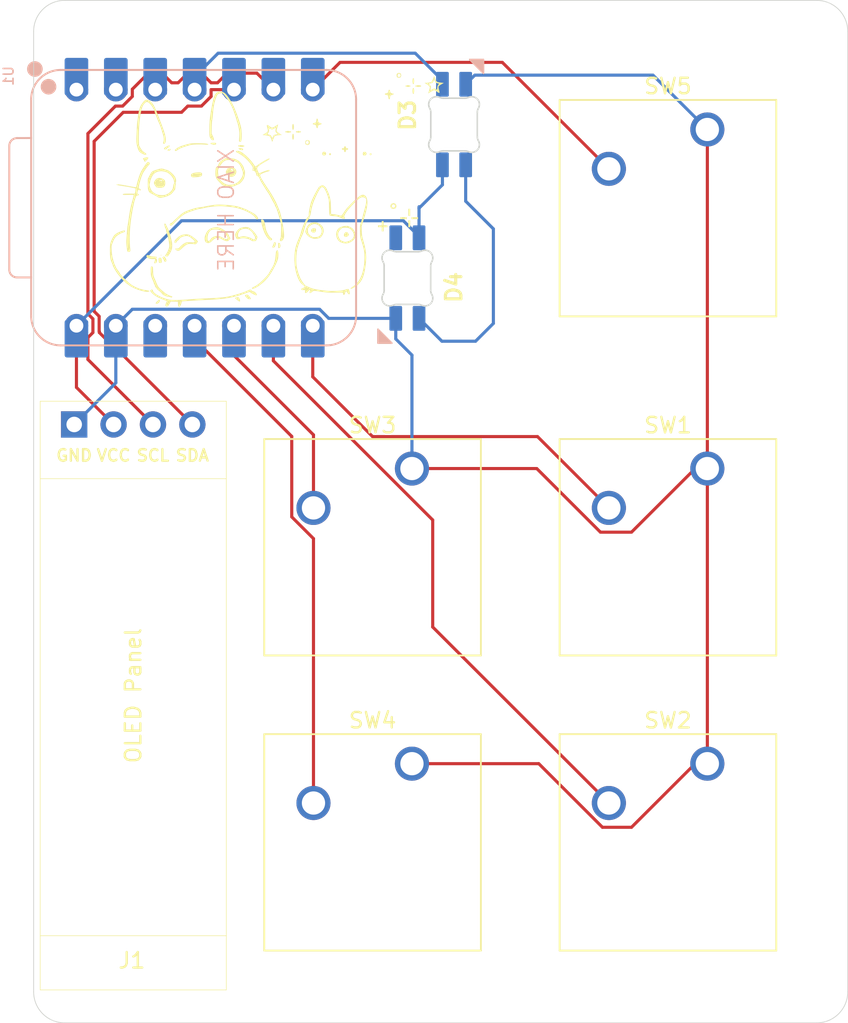
<source format=kicad_pcb>
(kicad_pcb (version 20241229) (generator "pcbnew") (generator_version "9.0")
  (layers (0 "F.Cu" signal) (2 "B.Cu" signal) (13 "F.Paste" user) (15 "B.Paste" user) (5 "F.SilkS" user "F.Silkscreen") (7 "B.SilkS" user "B.Silkscreen") (1 "F.Mask" user) (3 "B.Mask" user) (25 "Edge.Cuts" user))
  (net 0 "")
  (net 1 "+5V")
  (net 2 "GND")
  (net 3 "Net-(J1-Pin_4)")
  (net 4 "Net-(J1-Pin_3)")
  (net 5 "Net-(U1-GPIO1{slash}RX)")
  (net 6 "Net-(U1-GPIO2{slash}SCK)")
  (net 7 "Net-(U1-GPIO4{slash}MISO)")
  (net 8 "Net-(U1-GPIO3{slash}MOSI)")
  (net 13 "Net-(D3-DOUT)")
  (net 14 "Net-(D3-DIN)")
  (net 16 "Net-(U1-GPIO0{slash}TX)")
  (footprint "LOGO" (layer "F.Cu") (at 149.190537 94.30292)
    (property "Reference" "G***" (hide yes))
    (property "Value" "LOGO" (hide yes))
  )
  (footprint "LOGO" (layer "F.Cu") (at 150.3 85.6)
    (property "Reference" "G***" (hide yes))
    (property "Value" "LOGO" (hide yes))
  )
  (footprint "Button_Switch_Keyboard:SW_Cherry_MX_1.00u_PCB" (layer "F.Cu") (at 169.232036 88.518286)
    (property "Reference" "SW5" (at -2.54 -2.794 0) (layer "F.SilkS"))
    (property "Value" "SW_Push")
    (pad "" np_thru_hole circle (at -7.62 5.08) (size 1.7 1.7) (drill 1.7) (layers "*.Cu" "*.Mask"))
    (pad "" np_thru_hole circle (at -2.54 5.08) (size 4 4) (drill 4) (layers "*.Cu" "*.Mask"))
    (pad "" np_thru_hole circle (at 2.54 5.08) (size 1.7 1.7) (drill 1.7) (layers "*.Cu" "*.Mask"))
    (pad "1" thru_hole circle (at 0 0) (size 2.2 2.2) (drill 1.5) (layers "*.Cu" "*.Mask") (net 2 "GND"))
    (pad "2" thru_hole circle (at -6.35 2.54) (size 2.2 2.2) (drill 1.5) (layers "*.Cu" "*.Mask") (net 16 "Net-(U1-GPIO0{slash}TX)"))
  )
  (footprint "LOGO" (layer "F.Cu") (at 145.980564 89.615226)
    (property "Reference" "G***" (hide yes))
    (property "Value" "LOGO" (hide yes))
  )
  (footprint "LED Fixed:SK6812MINI-E_fixed" (layer "F.Cu") (at 153 88.2 90)
    (property "Reference" "D3" (at 0.6 -3.1 90) (layer "F.SilkS") (effects (font (thickness 0.2) (bold yes))))
    (property "Value" "SK6812MINI-E")
    (fp_line (start -0.794451 -1.602841) (end 0.794454 -1.602841) (stroke (width 0.1)) (layer "Edge.Cuts"))
    (fp_line (start 1.7 -0.805684) (end 1.7 0.6) (stroke (width 0.1)) (layer "Edge.Cuts"))
    (fp_line (start -1.699998 0.6) (end -1.699998 -0.805684) (stroke (width 0.1)) (layer "Edge.Cuts"))
    (fp_line (start 0.794453 1.397158) (end -0.794451 1.397158) (stroke (width 0.1)) (layer "Edge.Cuts"))
    (fp_arc (start 1.046712 -1.67114) (mid 0.925124 -1.620218) (end 0.794454 -1.602841) (stroke (width 0.1)) (layer "Edge.Cuts"))
    (fp_arc (start 1.046712 -1.67114) (mid 1.638072 -1.606876) (end 1.749485 -1.022562) (stroke (width 0.1)) (layer "Edge.Cuts"))
    (fp_arc (start -0.794452 -1.602842) (mid -0.925122 -1.620219) (end -1.04671 -1.671141) (stroke (width 0.1)) (layer "Edge.Cuts"))
    (fp_arc (start -1.749483 -1.022562) (mid -1.63807 -1.606877) (end -1.04671 -1.671141) (stroke (width 0.1)) (layer "Edge.Cuts"))
    (fp_arc (start -1.749483 -1.022562) (mid -1.712526 -0.91691) (end -1.699998 -0.805684) (stroke (width 0.1)) (layer "Edge.Cuts"))
    (fp_arc (start 1.7 -0.805685) (mid 1.712528 -0.91691) (end 1.749485 -1.022562) (stroke (width 0.1)) (layer "Edge.Cuts"))
    (fp_arc (start -1.699998 0.600001) (mid -1.712526 0.711226) (end -1.749483 0.816878) (stroke (width 0.1)) (layer "Edge.Cuts"))
    (fp_arc (start 1.749485 0.816877) (mid 1.638073 1.401193) (end 1.046712 1.465457) (stroke (width 0.1)) (layer "Edge.Cuts"))
    (fp_arc (start 1.749485 0.816878) (mid 1.712528 0.711226) (end 1.7 0.6) (stroke (width 0.1)) (layer "Edge.Cuts"))
    (fp_arc (start 0.794453 1.397158) (mid 0.925124 1.414535) (end 1.046712 1.465457) (stroke (width 0.1)) (layer "Edge.Cuts"))
    (fp_arc (start -1.04671 1.465455) (mid -1.638069 1.401192) (end -1.749483 0.816878) (stroke (width 0.1)) (layer "Edge.Cuts"))
    (fp_arc (start -1.046709 1.465457) (mid -0.925121 1.414535) (end -0.794451 1.397158) (stroke (width 0.1)) (layer "Edge.Cuts"))
    (pad "1" smd roundrect (at -2.599999 -0.852842) (size 0.82 1.6) (layers "B.Cu" "B.Mask" "B.Paste") (roundrect_rratio 0.1) (net 1 "+5V"))
    (pad "2" smd roundrect (at -2.599999 0.647158) (size 0.82 1.6) (layers "B.Cu" "B.Mask" "B.Paste") (roundrect_rratio 0.1) (net 13 "Net-(D3-DOUT)"))
    (pad "3" smd roundrect (at 2.600001 0.647158) (size 0.82 1.6) (layers "B.Cu" "B.Mask" "B.Paste") (roundrect_rratio 0.1) (net 2 "GND"))
    (pad "4" smd roundrect (at 2.600001 -0.852842) (size 0.82 1.6) (layers "B.Cu" "B.Mask" "B.Paste") (roundrect_rratio 0.1) (net 14 "Net-(D3-DIN)"))
  )
  (footprint "Button_Switch_Keyboard:SW_Cherry_MX_1.00u_PCB" (layer "F.Cu") (at 150.182036 110.405786)
    (property "Reference" "SW3" (at -2.54 -2.794 0) (layer "F.SilkS"))
    (property "Value" "SW_Push")
    (pad "" np_thru_hole circle (at -7.62 5.08) (size 1.7 1.7) (drill 1.7) (layers "*.Cu" "*.Mask"))
    (pad "" np_thru_hole circle (at -2.54 5.08) (size 4 4) (drill 4) (layers "*.Cu" "*.Mask"))
    (pad "" np_thru_hole circle (at 2.54 5.08) (size 1.7 1.7) (drill 1.7) (layers "*.Cu" "*.Mask"))
    (pad "1" thru_hole circle (at 0 0) (size 2.2 2.2) (drill 1.5) (layers "*.Cu" "*.Mask") (net 2 "GND"))
    (pad "2" thru_hole circle (at -6.35 2.54) (size 2.2 2.2) (drill 1.5) (layers "*.Cu" "*.Mask") (net 7 "Net-(U1-GPIO4{slash}MISO)"))
  )
  (footprint "LOGO" (layer "F.Cu") (at 138.985786 92.985786)
    (property "Reference" "G***" (hide yes))
    (property "Value" "LOGO" (hide yes))
  )
  (footprint "OLED:SSD1306-0.91-OLED-4pin-128x32" (layer "F.Cu") (at 126.210786 144.060786 90)
    (property "Reference" "J1" (at 1.9 5.91 0) (layer "F.SilkS"))
    (property "Value" "Conn_01x04")
    (fp_text user "OLED Panel" (at 19 6 90) (layer "F.SilkS"))
    (fp_text user "SCL" (at 34.5 7.27 0) (layer "F.SilkS") (effects (font (size 0.75 0.75))))
    (fp_text user "VCC" (at 34.5 4.73 0) (layer "F.SilkS") (effects (font (size 0.75 0.75))))
    (fp_text user "GND" (at 34.5 2.19 0) (layer "F.SilkS") (effects (font (size 0.75 0.75))))
    (fp_text user "SDA" (at 34.5 9.81 0) (layer "F.SilkS") (effects (font (size 0.75 0.75))))
    (pad "1" thru_hole rect (at 36.5 2.19 90) (size 1.7 1.7) (drill 1) (layers "*.Cu" "*.Mask") (net 2 "GND"))
    (pad "2" thru_hole oval (at 36.5 4.73 90) (size 1.7 1.7) (drill 1) (layers "*.Cu" "*.Mask") (net 1 "+5V"))
    (pad "3" thru_hole oval (at 36.5 7.27 90) (size 1.7 1.7) (drill 1) (layers "*.Cu" "*.Mask") (net 4 "Net-(J1-Pin_3)"))
    (pad "4" thru_hole oval (at 36.5 9.81 90) (size 1.7 1.7) (drill 1) (layers "*.Cu" "*.Mask") (net 3 "Net-(J1-Pin_4)"))
  )
  (footprint "LED Fixed:SK6812MINI-E_fixed" (layer "F.Cu") (at 149.785786 98.110786 -90)
    (property "Reference" "D4" (at 0.6 -3.1 90) (layer "F.SilkS") (effects (font (thickness 0.2) (bold yes))))
    (property "Value" "SK6812MINI-E")
    (fp_line (start 0.794453 1.397158) (end -0.794451 1.397158) (stroke (width 0.1)) (layer "Edge.Cuts"))
    (fp_line (start -1.699998 0.6) (end -1.699998 -0.805684) (stroke (width 0.1)) (layer "Edge.Cuts"))
    (fp_line (start 1.7 -0.805684) (end 1.7 0.6) (stroke (width 0.1)) (layer "Edge.Cuts"))
    (fp_line (start -0.794451 -1.602841) (end 0.794454 -1.602841) (stroke (width 0.1)) (layer "Edge.Cuts"))
    (fp_arc (start -1.046709 1.465457) (mid -0.925121 1.414535) (end -0.794451 1.397158) (stroke (width 0.1)) (layer "Edge.Cuts"))
    (fp_arc (start -1.04671 1.465455) (mid -1.638069 1.401192) (end -1.749483 0.816878) (stroke (width 0.1)) (layer "Edge.Cuts"))
    (fp_arc (start 0.794453 1.397158) (mid 0.925124 1.414535) (end 1.046712 1.465457) (stroke (width 0.1)) (layer "Edge.Cuts"))
    (fp_arc (start 1.749485 0.816878) (mid 1.712528 0.711226) (end 1.7 0.6) (stroke (width 0.1)) (layer "Edge.Cuts"))
    (fp_arc (start 1.749485 0.816877) (mid 1.638073 1.401193) (end 1.046712 1.465457) (stroke (width 0.1)) (layer "Edge.Cuts"))
    (fp_arc (start -1.699998 0.600001) (mid -1.712526 0.711226) (end -1.749483 0.816878) (stroke (width 0.1)) (layer "Edge.Cuts"))
    (fp_arc (start 1.7 -0.805685) (mid 1.712528 -0.91691) (end 1.749485 -1.022562) (stroke (width 0.1)) (layer "Edge.Cuts"))
    (fp_arc (start -1.749483 -1.022562) (mid -1.712526 -0.91691) (end -1.699998 -0.805684) (stroke (width 0.1)) (layer "Edge.Cuts"))
    (fp_arc (start -1.749483 -1.022562) (mid -1.63807 -1.606877) (end -1.04671 -1.671141) (stroke (width 0.1)) (layer "Edge.Cuts"))
    (fp_arc (start -0.794452 -1.602842) (mid -0.925122 -1.620219) (end -1.04671 -1.671141) (stroke (width 0.1)) (layer "Edge.Cuts"))
    (fp_arc (start 1.046712 -1.67114) (mid 1.638072 -1.606876) (end 1.749485 -1.022562) (stroke (width 0.1)) (layer "Edge.Cuts"))
    (fp_arc (start 1.046712 -1.67114) (mid 0.925124 -1.620218) (end 0.794454 -1.602841) (stroke (width 0.1)) (layer "Edge.Cuts"))
    (pad "1" smd roundrect (at -2.599999 -0.852842 180) (size 0.82 1.6) (layers "B.Cu" "B.Mask" "B.Paste") (roundrect_rratio 0.1) (net 1 "+5V"))
    (pad "2" smd roundrect (at -2.599999 0.647158 180) (size 0.82 1.6) (layers "B.Cu" "B.Mask" "B.Paste") (roundrect_rratio 0.1))
    (pad "3" smd roundrect (at 2.600001 0.647158 180) (size 0.82 1.6) (layers "B.Cu" "B.Mask" "B.Paste") (roundrect_rratio 0.1) (net 2 "GND"))
    (pad "4" smd roundrect (at 2.600001 -0.852842 180) (size 0.82 1.6) (layers "B.Cu" "B.Mask" "B.Paste") (roundrect_rratio 0.1) (net 13 "Net-(D3-DOUT)"))
  )
  (footprint "LOGO" (layer "F.Cu") (at 142.485786 88.785786 180)
    (property "Reference" "G***" (hide yes))
    (property "Value" "LOGO" (hide yes))
  )
  (footprint "Button_Switch_Keyboard:SW_Cherry_MX_1.00u_PCB" (layer "F.Cu") (at 169.232036 110.405786)
    (property "Reference" "SW1" (at -2.54 -2.794 0) (layer "F.SilkS"))
    (property "Value" "SW_Push")
    (pad "" np_thru_hole circle (at -7.62 5.08) (size 1.7 1.7) (drill 1.7) (layers "*.Cu" "*.Mask"))
    (pad "" np_thru_hole circle (at -2.54 5.08) (size 4 4) (drill 4) (layers "*.Cu" "*.Mask"))
    (pad "" np_thru_hole circle (at 2.54 5.08) (size 1.7 1.7) (drill 1.7) (layers "*.Cu" "*.Mask"))
    (pad "1" thru_hole circle (at 0 0) (size 2.2 2.2) (drill 1.5) (layers "*.Cu" "*.Mask") (net 2 "GND"))
    (pad "2" thru_hole circle (at -6.35 2.54) (size 2.2 2.2) (drill 1.5) (layers "*.Cu" "*.Mask") (net 5 "Net-(U1-GPIO1{slash}RX)"))
  )
  (footprint "Button_Switch_Keyboard:SW_Cherry_MX_1.00u_PCB" (layer "F.Cu") (at 150.182036 129.455786)
    (property "Reference" "SW4" (at -2.54 -2.794 0) (layer "F.SilkS"))
    (property "Value" "SW_Push")
    (pad "" np_thru_hole circle (at -7.62 5.08) (size 1.7 1.7) (drill 1.7) (layers "*.Cu" "*.Mask"))
    (pad "" np_thru_hole circle (at -2.54 5.08) (size 4 4) (drill 4) (layers "*.Cu" "*.Mask"))
    (pad "" np_thru_hole circle (at 2.54 5.08) (size 1.7 1.7) (drill 1.7) (layers "*.Cu" "*.Mask"))
    (pad "1" thru_hole circle (at 0 0) (size 2.2 2.2) (drill 1.5) (layers "*.Cu" "*.Mask") (net 2 "GND"))
    (pad "2" thru_hole circle (at -6.35 2.54) (size 2.2 2.2) (drill 1.5) (layers "*.Cu" "*.Mask") (net 8 "Net-(U1-GPIO3{slash}MOSI)"))
  )
  (footprint "Button_Switch_Keyboard:SW_Cherry_MX_1.00u_PCB" (layer "F.Cu") (at 169.232036 129.455786)
    (property "Reference" "SW2" (at -2.54 -2.794 0) (layer "F.SilkS"))
    (property "Value" "SW_Push")
    (pad "" np_thru_hole circle (at -7.62 5.08) (size 1.7 1.7) (drill 1.7) (layers "*.Cu" "*.Mask"))
    (pad "" np_thru_hole circle (at -2.54 5.08) (size 4 4) (drill 4) (layers "*.Cu" "*.Mask"))
    (pad "" np_thru_hole circle (at 2.54 5.08) (size 1.7 1.7) (drill 1.7) (layers "*.Cu" "*.Mask"))
    (pad "1" thru_hole circle (at 0 0) (size 2.2 2.2) (drill 1.5) (layers "*.Cu" "*.Mask") (net 2 "GND"))
    (pad "2" thru_hole circle (at -6.35 2.54) (size 2.2 2.2) (drill 1.5) (layers "*.Cu" "*.Mask") (net 6 "Net-(U1-GPIO2{slash}SCK)"))
  )
  (footprint "OPL Library:XIAO-RP2040-DIP" (layer "B.Cu") (at 136.165786 93.565786 -90)
    (property "Reference" "U1" (at -8.5 12 90) (layer "B.SilkS") (effects (font (size 0.635 0.635) (thickness 0.1016)) (justify mirror)))
    (property "Value" "XIAO-RP2040-DIP")
    (pad "1" smd roundrect (at -8.455 7.62 90) (size 2.432 1.524) (layers "B.Cu" "B.Mask") (roundrect_rratio 0.1))
    (pad "1" thru_hole circle (at -7.62 7.62 90) (size 1.524 1.524) (drill 0.889) (layers "*.Cu" "*.Mask"))
    (pad "2" smd roundrect (at -8.455 5.08 90) (size 2.432 1.524) (layers "B.Cu" "B.Mask") (roundrect_rratio 0.1))
    (pad "2" thru_hole circle (at -7.62 5.08 90) (size 1.524 1.524) (drill 0.889) (layers "*.Cu" "*.Mask"))
    (pad "3" smd roundrect (at -8.455 2.54 90) (size 2.432 1.524) (layers "B.Cu" "B.Mask") (roundrect_rratio 0.1))
    (pad "3" thru_hole circle (at -7.62 2.54 90) (size 1.524 1.524) (drill 0.889) (layers "*.Cu" "*.Mask"))
    (pad "4" smd roundrect (at -8.455 0 90) (size 2.432 1.524) (layers "B.Cu" "B.Mask") (roundrect_rratio 0.1) (net 14 "Net-(D3-DIN)"))
    (pad "4" thru_hole circle (at -7.62 0 90) (size 1.524 1.524) (drill 0.889) (layers "*.Cu" "*.Mask") (net 14 "Net-(D3-DIN)"))
    (pad "5" smd roundrect (at -8.455 -2.54 90) (size 2.432 1.524) (layers "B.Cu" "B.Mask") (roundrect_rratio 0.1) (net 3 "Net-(J1-Pin_4)"))
    (pad "5" thru_hole circle (at -7.62 -2.54 90) (size 1.524 1.524) (drill 0.889) (layers "*.Cu" "*.Mask") (net 3 "Net-(J1-Pin_4)"))
    (pad "6" smd roundrect (at -8.455 -5.08 90) (size 2.432 1.524) (layers "B.Cu" "B.Mask") (roundrect_rratio 0.1) (net 4 "Net-(J1-Pin_3)"))
    (pad "6" thru_hole circle (at -7.62 -5.08 90) (size 1.524 1.524) (drill 0.889) (layers "*.Cu" "*.Mask") (net 4 "Net-(J1-Pin_3)"))
    (pad "7" smd roundrect (at -8.455 -7.62 90) (size 2.432 1.524) (layers "B.Cu" "B.Mask") (roundrect_rratio 0.1) (net 16 "Net-(U1-GPIO0{slash}TX)"))
    (pad "7" thru_hole circle (at -7.62 -7.62 90) (size 1.524 1.524) (drill 0.889) (layers "*.Cu" "*.Mask") (net 16 "Net-(U1-GPIO0{slash}TX)"))
    (pad "8" thru_hole circle (at 7.62 -7.62 270) (size 1.524 1.524) (drill 0.889) (layers "*.Cu" "*.Mask") (net 5 "Net-(U1-GPIO1{slash}RX)"))
    (pad "8" smd roundrect (at 8.455 -7.62 270) (size 2.432 1.524) (layers "B.Cu" "B.Mask") (roundrect_rratio 0.1) (net 5 "Net-(U1-GPIO1{slash}RX)"))
    (pad "9" thru_hole circle (at 7.62 -5.08 270) (size 1.524 1.524) (drill 0.889) (layers "*.Cu" "*.Mask") (net 6 "Net-(U1-GPIO2{slash}SCK)"))
    (pad "9" smd roundrect (at 8.455 -5.08 270) (size 2.432 1.524) (layers "B.Cu" "B.Mask") (roundrect_rratio 0.1) (net 6 "Net-(U1-GPIO2{slash}SCK)"))
    (pad "10" thru_hole circle (at 7.62 -2.54 270) (size 1.524 1.524) (drill 0.889) (layers "*.Cu" "*.Mask") (net 7 "Net-(U1-GPIO4{slash}MISO)"))
    (pad "10" smd roundrect (at 8.455 -2.54 270) (size 2.432 1.524) (layers "B.Cu" "B.Mask") (roundrect_rratio 0.1) (net 7 "Net-(U1-GPIO4{slash}MISO)"))
    (pad "11" thru_hole circle (at 7.62 0 270) (size 1.524 1.524) (drill 0.889) (layers "*.Cu" "*.Mask") (net 8 "Net-(U1-GPIO3{slash}MOSI)"))
    (pad "11" smd roundrect (at 8.455 0 270) (size 2.432 1.524) (layers "B.Cu" "B.Mask") (roundrect_rratio 0.1) (net 8 "Net-(U1-GPIO3{slash}MOSI)"))
    (pad "12" thru_hole circle (at 7.62 2.54 270) (size 1.524 1.524) (drill 0.889) (layers "*.Cu" "*.Mask"))
    (pad "12" smd roundrect (at 8.455 2.54 270) (size 2.432 1.524) (layers "B.Cu" "B.Mask") (roundrect_rratio 0.1))
    (pad "13" thru_hole circle (at 7.62 5.08 270) (size 1.524 1.524) (drill 0.889) (layers "*.Cu" "*.Mask") (net 2 "GND"))
    (pad "13" smd roundrect (at 8.455 5.08 270) (size 2.432 1.524) (layers "B.Cu" "B.Mask") (roundrect_rratio 0.1) (net 2 "GND"))
    (pad "14" thru_hole circle (at 7.62 7.62 270) (size 1.524 1.524) (drill 0.889) (layers "*.Cu" "*.Mask") (net 1 "+5V"))
    (pad "14" smd roundrect (at 8.455 7.62 270) (size 2.432 1.524) (layers "B.Cu" "B.Mask") (roundrect_rratio 0.1) (net 1 "+5V"))
  )
  (gr_arc (start 125.785786 82.185786) (mid 126.371572 80.771572) (end 127.785786 80.185786) (stroke (width 0.05)) (layer "Edge.Cuts"))
  (gr_line (start 125.785786 144.185786) (end 125.785786 82.185786) (stroke (width 0.05)) (layer "Edge.Cuts"))
  (gr_line (start 176.285786 146.185786) (end 127.785786 146.185786) (stroke (width 0.05)) (layer "Edge.Cuts"))
  (gr_line (start 127.785786 80.185786) (end 176.285786 80.185786) (stroke (width 0.05)) (layer "Edge.Cuts"))
  (gr_arc (start 178.285786 144.185786) (mid 177.7 145.6) (end 176.285786 146.185786) (stroke (width 0.05)) (layer "Edge.Cuts"))
  (gr_arc (start 127.785786 146.185786) (mid 126.371572 145.6) (end 125.785786 144.185786) (stroke (width 0.05)) (layer "Edge.Cuts"))
  (gr_line (start 178.285786 82.185786) (end 178.285786 144.185786) (stroke (width 0.05)) (layer "Edge.Cuts"))
  (gr_arc (start 176.285786 80.185786) (mid 177.7 80.771572) (end 178.285786 82.185786) (stroke (width 0.05)) (layer "Edge.Cuts"))
  (gr_text "XIAO HERE" (at 138.785786 89.685786 90) (layer "B.SilkS") (effects (font (size 1 1) (thickness 0.1)) (justify left bottom mirror)))
  (segment (start 128.545786 105.165786) (end 128.545786 101.185786) (width 0.2) (layer "F.Cu") (net 1))
  (segment (start 130.940786 107.560786) (end 128.545786 105.165786) (width 0.2) (layer "F.Cu") (net 1))
  (segment (start 150.638628 95.420873) (end 149.627542 94.409787) (width 0.2) (layer "B.Cu") (net 1))
  (segment (start 150.638628 95.510787) (end 150.638628 93.6) (width 0.2) (layer "B.Cu") (net 1))
  (segment (start 150.638628 93.6) (end 150.638628 93.505101) (width 0.2) (layer "B.Cu") (net 1))
  (segment (start 150.638628 93.6) (end 152.147158 92.09147) (width 0.2) (layer "B.Cu") (net 1))
  (segment (start 135.321785 94.409787) (end 128.545786 101.185786) (width 0.2) (layer "B.Cu") (net 1))
  (segment (start 149.627542 94.409787) (end 135.321785 94.409787) (width 0.2) (layer "B.Cu") (net 1))
  (segment (start 152.147158 92.09147) (end 152.147158 90.799999) (width 0.2) (layer "B.Cu") (net 1))
  (segment (start 150.638628 95.510787) (end 150.638628 95.420873) (width 0.2) (layer "B.Cu") (net 1))
  (segment (start 169.232036 110.405786) (end 169.232036 88.518286) (width 0.2) (layer "F.Cu") (net 2))
  (segment (start 158.230506 110.405786) (end 162.33669 114.51197) (width 0.2) (layer "F.Cu") (net 2))
  (segment (start 168.44722 110.405786) (end 169.232036 110.405786) (width 0.2) (layer "F.Cu") (net 2))
  (segment (start 168.44722 129.455786) (end 169.232036 129.455786) (width 0.2) (layer "F.Cu") (net 2))
  (segment (start 158.360722 129.455786) (end 162.466906 133.56197) (width 0.2) (layer "F.Cu") (net 2))
  (segment (start 150.182036 129.455786) (end 158.360722 129.455786) (width 0.2) (layer "F.Cu") (net 2))
  (segment (start 164.341036 114.51197) (end 168.44722 110.405786) (width 0.2) (layer "F.Cu") (net 2))
  (segment (start 162.466906 133.56197) (end 164.341036 133.56197) (width 0.2) (layer "F.Cu") (net 2))
  (segment (start 162.33669 114.51197) (end 164.341036 114.51197) (width 0.2) (layer "F.Cu") (net 2))
  (segment (start 169.232036 129.455786) (end 169.232036 110.405786) (width 0.2) (layer "F.Cu") (net 2))
  (segment (start 164.341036 133.56197) (end 168.44722 129.455786) (width 0.2) (layer "F.Cu") (net 2))
  (segment (start 150.182036 110.405786) (end 158.230506 110.405786) (width 0.2) (layer "F.Cu") (net 2))
  (segment (start 144.226096 100.122786) (end 132.148786 100.122786) (width 0.2) (layer "B.Cu") (net 2))
  (segment (start 144.814097 100.710787) (end 144.226096 100.122786) (width 0.2) (layer "B.Cu") (net 2))
  (segment (start 154.236372 85.010785) (end 153.647158 85.599999) (width 0.2) (layer "B.Cu") (net 2))
  (segment (start 149.138628 102.038628) (end 150.182036 103.082036) (width 0.2) (layer "B.Cu") (net 2))
  (segment (start 165.724535 85.010785) (end 154.236372 85.010785) (width 0.2) (layer "B.Cu") (net 2))
  (segment (start 165.724535 85.010785) (end 169.232036 88.518286) (width 0.2) (layer "B.Cu") (net 2))
  (segment (start 131.085786 104.875786) (end 128.400786 107.560786) (width 0.2) (layer "B.Cu") (net 2))
  (segment (start 150.182036 103.082036) (end 150.182036 110.405786) (width 0.2) (layer "B.Cu") (net 2))
  (segment (start 131.085786 102.020786) (end 131.085786 104.875786) (width 0.2) (layer "B.Cu") (net 2))
  (segment (start 149.138628 100.710787) (end 144.814097 100.710787) (width 0.2) (layer "B.Cu") (net 2))
  (segment (start 132.148786 100.122786) (end 131.085786 101.185786) (width 0.2) (layer "B.Cu") (net 2))
  (segment (start 149.138628 100.710787) (end 149.138628 102.038628) (width 0.2) (layer "B.Cu") (net 2))
  (segment (start 130.645476 102.248786) (end 130.022786 101.626096) (width 0.2) (layer "F.Cu") (net 3))
  (segment (start 130.022786 101.562786) (end 130.009786 101.549786) (width 0.2) (layer "F.Cu") (net 3))
  (segment (start 129.686786 100.256376) (end 129.686786 89.284786) (width 0.2) (layer "F.Cu") (net 3))
  (segment (start 135.725476 87.008786) (end 136.606096 87.008786) (width 0.2) (layer "F.Cu") (net 3))
  (segment (start 130.009786 101.549786) (end 130.009786 100.579376) (width 0.2) (layer "F.Cu") (net 3))
  (segment (start 130.009786 100.579376) (end 129.686786 100.256376) (width 0.2) (layer "F.Cu") (net 3))
  (segment (start 136.020786 107.560786) (end 130.708786 102.248786) (width 0.2) (layer "F.Cu") (net 3))
  (segment (start 135.324476 87.409786) (end 135.725476 87.008786) (width 0.2) (layer "F.Cu") (net 3))
  (segment (start 129.686786 89.284786) (end 131.561786 87.409786) (width 0.2) (layer "F.Cu") (net 3))
  (segment (start 137.228786 86.386096) (end 137.228786 85.945786) (width 0.2) (layer "F.Cu") (net 3))
  (segment (start 137.228786 85.945786) (end 138.705786 85.945786) (width 0.2) (layer "F.Cu") (net 3))
  (segment (start 136.606096 87.008786) (end 137.228786 86.386096) (width 0.2) (layer "F.Cu") (net 3))
  (segment (start 131.561786 87.409786) (end 135.324476 87.409786) (width 0.2) (layer "F.Cu") (net 3))
  (segment (start 130.708786 102.248786) (end 130.645476 102.248786) (width 0.2) (layer "F.Cu") (net 3))
  (segment (start 130.022786 101.626096) (end 130.022786 101.562786) (width 0.2) (layer "F.Cu") (net 3))
  (segment (start 137.228786 85.505476) (end 137.642786 85.505476) (width 0.2) (layer "F.Cu") (net 4))
  (segment (start 129.608786 101.626096) (end 129.608786 100.745476) (width 0.2) (layer "F.Cu") (net 4))
  (segment (start 129.285786 103.365786) (end 129.285786 101.949096) (width 0.2) (layer "F.Cu") (net 4))
  (segment (start 134.688786 85.505476) (end 135.102786 85.505476) (width 0.2) (layer "F.Cu") (net 4))
  (segment (start 129.608786 100.745476) (end 129.285786 100.422476) (width 0.2) (layer "F.Cu") (net 4))
  (segment (start 135.102786 85.505476) (end 135.725476 84.882786) (width 0.2) (layer "F.Cu") (net 4))
  (segment (start 134.066096 84.882786) (end 134.688786 85.505476) (width 0.2) (layer "F.Cu") (net 4))
  (segment (start 129.285786 100.422476) (end 129.285786 88.782476) (width 0.2) (layer "F.Cu") (net 4))
  (segment (start 135.725476 84.882786) (end 136.606096 84.882786) (width 0.2) (layer "F.Cu") (net 4))
  (segment (start 129.285786 88.782476) (end 131.059476 87.008786) (width 0.2) (layer "F.Cu") (net 4))
  (segment (start 136.606096 84.882786) (end 137.228786 85.505476) (width 0.2) (layer "F.Cu") (net 4))
  (segment (start 131.059476 87.008786) (end 131.526096 87.008786) (width 0.2) (layer "F.Cu") (net 4))
  (segment (start 133.185476 84.882786) (end 134.066096 84.882786) (width 0.2) (layer "F.Cu") (net 4))
  (segment (start 129.285786 101.949096) (end 129.608786 101.626096) (width 0.2) (layer "F.Cu") (net 4))
  (segment (start 140.182786 84.882786) (end 141.245786 85.945786) (width 0.2) (layer "F.Cu") (net 4))
  (segment (start 137.642786 85.505476) (end 138.265476 84.882786) (width 0.2) (layer "F.Cu") (net 4))
  (segment (start 132.148786 85.919476) (end 133.185476 84.882786) (width 0.2) (layer "F.Cu") (net 4))
  (segment (start 133.480786 107.560786) (end 129.285786 103.365786) (width 0.2) (layer "F.Cu") (net 4))
  (segment (start 131.526096 87.008786) (end 132.148786 86.386096) (width 0.2) (layer "F.Cu") (net 4))
  (segment (start 138.265476 84.882786) (end 140.182786 84.882786) (width 0.2) (layer "F.Cu") (net 4))
  (segment (start 132.148786 86.386096) (end 132.148786 85.919476) (width 0.2) (layer "F.Cu") (net 4))
  (segment (start 143.785786 104.485786) (end 143.785786 101.185786) (width 0.2) (layer "F.Cu") (net 5))
  (segment (start 162.882036 112.945786) (end 158.278286 108.342036) (width 0.2) (layer "F.Cu") (net 5))
  (segment (start 147.642036 108.342036) (end 143.785786 104.485786) (width 0.2) (layer "F.Cu") (net 5))
  (segment (start 158.278286 108.342036) (end 147.642036 108.342036) (width 0.2) (layer "F.Cu") (net 5))
  (segment (start 141.245786 103.45085) (end 141.245786 101.185786) (width 0.2) (layer "F.Cu") (net 6))
  (segment (start 162.882036 131.995786) (end 151.521036 120.634786) (width 0.2) (layer "F.Cu") (net 6))
  (segment (start 151.521036 113.7261) (end 141.245786 103.45085) (width 0.2) (layer "F.Cu") (net 6))
  (segment (start 151.521036 120.634786) (end 151.521036 113.7261) (width 0.2) (layer "F.Cu") (net 6))
  (segment (start 138.705786 103.105786) (end 138.705786 101.185786) (width 0.2) (layer "F.Cu") (net 7))
  (segment (start 143.832036 112.945786) (end 143.832036 108.232036) (width 0.2) (layer "F.Cu") (net 7))
  (segment (start 143.832036 108.232036) (end 138.705786 103.105786) (width 0.2) (layer "F.Cu") (net 7))
  (segment (start 143.832036 114.9271) (end 142.431036 113.5261) (width 0.2) (layer "F.Cu") (net 8))
  (segment (start 142.431036 113.5261) (end 142.431036 108.331036) (width 0.2) (layer "F.Cu") (net 8))
  (segment (start 143.832036 131.995786) (end 143.832036 114.9271) (width 0.2) (layer "F.Cu") (net 8))
  (segment (start 136.165786 102.065786) (end 136.165786 101.185786) (width 0.2) (layer "F.Cu") (net 8))
  (segment (start 142.431036 108.331036) (end 136.165786 102.065786) (width 0.2) (layer "F.Cu") (net 8))
  (segment (start 153.647158 93.147158) (end 155.432944 94.932944) (width 0.2) (layer "B.Cu") (net 13))
  (segment (start 155.432944 94.932944) (end 155.432944 101.038628) (width 0.2) (layer "B.Cu") (net 13))
  (segment (start 155.432944 101.038628) (end 154.285786 102.185786) (width 0.2) (layer "B.Cu") (net 13))
  (segment (start 152.113627 102.185786) (end 150.638628 100.710787) (width 0.2) (layer "B.Cu") (net 13))
  (segment (start 154.285786 102.185786) (end 152.113627 102.185786) (width 0.2) (layer "B.Cu") (net 13))
  (segment (start 153.647158 90.799999) (end 153.647158 93.147158) (width 0.2) (layer "B.Cu") (net 13))
  (segment (start 151.810785 85.010785) (end 150.393786 83.593786) (width 0.2) (layer "B.Cu") (net 14))
  (segment (start 137.682786 83.593786) (end 136.165786 85.110786) (width 0.2) (layer "B.Cu") (net 14))
  (segment (start 150.393786 83.593786) (end 137.682786 83.593786) (width 0.2) (layer "B.Cu") (net 14))
  (segment (start 156.009536 84.185786) (end 145.545786 84.185786) (width 0.2) (layer "F.Cu") (net 16))
  (segment (start 145.545786 84.185786) (end 143.785786 85.945786) (width 0.2) (layer "F.Cu") (net 16))
  (segment (start 162.882036 91.058286) (end 156.009536 84.185786) (width 0.2) (layer "F.Cu") (net 16))
)
</source>
